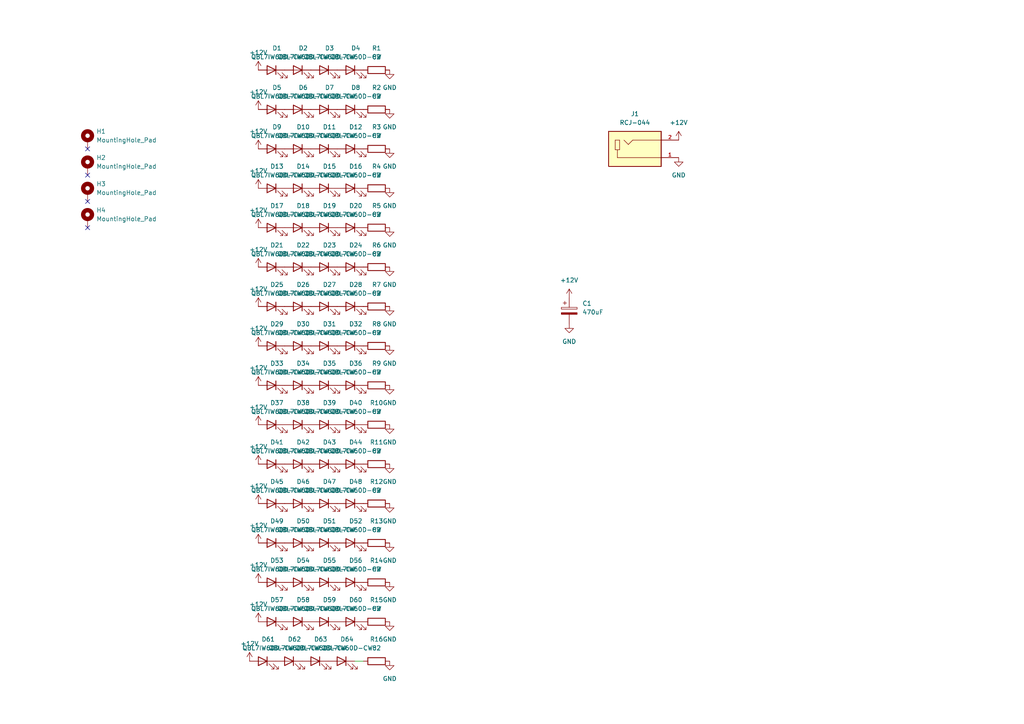
<source format=kicad_sch>
(kicad_sch (version 20211123) (generator eeschema)
  (paper "A4")
  (no_connect (at 25.4 43.18))
  (no_connect (at 25.4 58.42))
  (no_connect (at 25.4 50.8))
  (no_connect (at 25.4 66.04))
  (wire (pts (xy 105.41 191.77) (xy 102.87 191.77)))
  (symbol (lib_id "Device:R") (at 109.22 43.18 270) (mirror x) (unit 1)
    (property "Reference" "R3" (at 109.22 36.83 90))
    (property "Value" "82" (at 109.22 39.37 90))
    (property "Footprint" "Resistor_SMD:R_0603_1608Metric" (effects hide))
    (property "Datasheet" "https://www.vishay.com/docs/28729/pr010203.pdf" (effects hide))
    (property "Manufacturer Part" "PR02000208209JR500" (effects hide))
    (property "DigiKey Part" "PPC82W-2CT-ND" (effects hide))
    (property "PurchaseLink" "https://www.digikey.com/en/products/detail/vishay-beyschlag-draloric-bc-components/PR02000208209JR500/596235" (effects hide))
  )
  (symbol (lib_id "Device:R") (at 109.22 100.33 270) (mirror x) (unit 1)
    (property "Reference" "R8" (at 109.22 93.98 90))
    (property "Value" "82" (at 109.22 96.52 90))
    (property "Footprint" "Resistor_SMD:R_0603_1608Metric" (effects hide))
    (property "Datasheet" "https://www.vishay.com/docs/28729/pr010203.pdf" (effects hide))
    (property "Manufacturer Part" "PR02000208209JR500" (effects hide))
    (property "DigiKey Part" "PPC82W-2CT-ND" (effects hide))
    (property "PurchaseLink" "https://www.digikey.com/en/products/detail/vishay-beyschlag-draloric-bc-components/PR02000208209JR500/596235" (effects hide))
  )
  (symbol (lib_id "Device:LED") (at 93.98 157.48 0) (mirror y) (unit 1)
    (property "Reference" "D51" (at 95.5675 151.13 0))
    (property "Value" "QBL7IW60D-CW" (at 95.5675 153.67 0))
    (property "Footprint" "LED_SMD:LED_0402_1005Metric" (effects hide))
    (property "Datasheet" "https://www.qt-brightek.com/datasheet/QBL7IW60D-XX.pdf" (effects hide))
    (property "Manufacturer Part" "QBL7IW60D-WW" (effects hide))
    (property "DigiKey Part" "1516-QBL7IW60D-WW-ND" (effects hide))
    (property "PurchaseLink" "https://www.digikey.com/en/products/detail/qt-brightek-qtb/QBL7IW60D-WW/10441171" (effects hide))
    (property "JLCPCB Part #" "C130725" (effects hide))
    (property "JLC" "0402" (effects hide))
    (property "LCSC" "C130725" (effects hide))
  )
  (symbol (lib_id "Device:R") (at 109.22 168.91 270) (mirror x) (unit 1)
    (property "Reference" "R14" (at 109.22 162.56 90))
    (property "Value" "82" (at 109.22 165.1 90))
    (property "Footprint" "Resistor_SMD:R_0603_1608Metric" (effects hide))
    (property "Datasheet" "https://www.vishay.com/docs/28729/pr010203.pdf" (effects hide))
    (property "Manufacturer Part" "PR02000208209JR500" (effects hide))
    (property "DigiKey Part" "PPC82W-2CT-ND" (effects hide))
    (property "PurchaseLink" "https://www.digikey.com/en/products/detail/vishay-beyschlag-draloric-bc-components/PR02000208209JR500/596235" (effects hide))
  )
  (symbol (lib_id "power:GND") (at 113.03 31.75 0) (mirror y) (unit 1)
    (property "Reference" "#PWR04" (effects hide))
    (property "Value" "GND" (at 113.03 36.83 0))
  )
  (symbol (lib_id "Device:LED") (at 93.98 168.91 0) (mirror y) (unit 1)
    (property "Reference" "D55" (at 95.5675 162.56 0))
    (property "Value" "QBL7IW60D-CW" (at 95.5675 165.1 0))
    (property "Footprint" "LED_SMD:LED_0402_1005Metric" (effects hide))
    (property "Datasheet" "https://www.qt-brightek.com/datasheet/QBL7IW60D-XX.pdf" (effects hide))
    (property "Manufacturer Part" "QBL7IW60D-WW" (effects hide))
    (property "DigiKey Part" "1516-QBL7IW60D-WW-ND" (effects hide))
    (property "PurchaseLink" "https://www.digikey.com/en/products/detail/qt-brightek-qtb/QBL7IW60D-WW/10441171" (effects hide))
    (property "JLCPCB Part #" "C130725" (effects hide))
    (property "JLC" "0402" (effects hide))
    (property "LCSC" "C130725" (effects hide))
  )
  (symbol (lib_id "Device:LED") (at 86.36 111.76 0) (mirror y) (unit 1)
    (property "Reference" "D34" (at 87.9475 105.41 0))
    (property "Value" "QBL7IW60D-CW" (at 87.9475 107.95 0))
    (property "Footprint" "LED_SMD:LED_0402_1005Metric" (effects hide))
    (property "Datasheet" "https://www.qt-brightek.com/datasheet/QBL7IW60D-XX.pdf" (effects hide))
    (property "Manufacturer Part" "QBL7IW60D-WW" (effects hide))
    (property "DigiKey Part" "1516-QBL7IW60D-WW-ND" (effects hide))
    (property "PurchaseLink" "https://www.digikey.com/en/products/detail/qt-brightek-qtb/QBL7IW60D-WW/10441171" (effects hide))
    (property "JLCPCB Part #" "C130725" (effects hide))
    (property "JLC" "0402" (effects hide))
    (property "LCSC" "C130725" (effects hide))
  )
  (symbol (lib_id "Device:R") (at 109.22 157.48 270) (mirror x) (unit 1)
    (property "Reference" "R13" (at 109.22 151.13 90))
    (property "Value" "82" (at 109.22 153.67 90))
    (property "Footprint" "Resistor_SMD:R_0603_1608Metric" (effects hide))
    (property "Datasheet" "https://www.vishay.com/docs/28729/pr010203.pdf" (effects hide))
    (property "Manufacturer Part" "PR02000208209JR500" (effects hide))
    (property "DigiKey Part" "PPC82W-2CT-ND" (effects hide))
    (property "PurchaseLink" "https://www.digikey.com/en/products/detail/vishay-beyschlag-draloric-bc-components/PR02000208209JR500/596235" (effects hide))
  )
  (symbol (lib_id "Device:LED") (at 93.98 180.34 0) (mirror y) (unit 1)
    (property "Reference" "D59" (at 95.5675 173.99 0))
    (property "Value" "QBL7IW60D-CW" (at 95.5675 176.53 0))
    (property "Footprint" "LED_SMD:LED_0402_1005Metric" (effects hide))
    (property "Datasheet" "https://www.qt-brightek.com/datasheet/QBL7IW60D-XX.pdf" (effects hide))
    (property "Manufacturer Part" "QBL7IW60D-WW" (effects hide))
    (property "DigiKey Part" "1516-QBL7IW60D-WW-ND" (effects hide))
    (property "PurchaseLink" "https://www.digikey.com/en/products/detail/qt-brightek-qtb/QBL7IW60D-WW/10441171" (effects hide))
    (property "JLCPCB Part #" "C130725" (effects hide))
    (property "JLC" "0402" (effects hide))
    (property "LCSC" "C130725" (effects hide))
  )
  (symbol (lib_id "power:GND") (at 113.03 157.48 0) (mirror y) (unit 1)
    (property "Reference" "#PWR026" (effects hide))
    (property "Value" "GND" (at 113.03 162.56 0))
  )
  (symbol (lib_id "Device:LED") (at 101.6 54.61 0) (mirror y) (unit 1)
    (property "Reference" "D16" (at 103.1875 48.26 0))
    (property "Value" "QBL7IW60D-CW" (at 103.1875 50.8 0))
    (property "Footprint" "LED_SMD:LED_0402_1005Metric" (effects hide))
    (property "Datasheet" "https://www.qt-brightek.com/datasheet/QBL7IW60D-XX.pdf" (effects hide))
    (property "Manufacturer Part" "QBL7IW60D-WW" (effects hide))
    (property "DigiKey Part" "1516-QBL7IW60D-WW-ND" (effects hide))
    (property "PurchaseLink" "https://www.digikey.com/en/products/detail/qt-brightek-qtb/QBL7IW60D-WW/10441171" (effects hide))
    (property "JLCPCB Part #" "C130725" (effects hide))
    (property "JLC" "0402" (effects hide))
    (property "LCSC" "C130725" (effects hide))
  )
  (symbol (lib_id "power:GND") (at 113.03 146.05 0) (mirror y) (unit 1)
    (property "Reference" "#PWR024" (effects hide))
    (property "Value" "GND" (at 113.03 151.13 0))
  )
  (symbol (lib_id "Device:LED") (at 86.36 180.34 0) (mirror y) (unit 1)
    (property "Reference" "D58" (at 87.9475 173.99 0))
    (property "Value" "QBL7IW60D-CW" (at 87.9475 176.53 0))
    (property "Footprint" "LED_SMD:LED_0402_1005Metric" (effects hide))
    (property "Datasheet" "https://www.qt-brightek.com/datasheet/QBL7IW60D-XX.pdf" (effects hide))
    (property "Manufacturer Part" "QBL7IW60D-WW" (effects hide))
    (property "DigiKey Part" "1516-QBL7IW60D-WW-ND" (effects hide))
    (property "PurchaseLink" "https://www.digikey.com/en/products/detail/qt-brightek-qtb/QBL7IW60D-WW/10441171" (effects hide))
    (property "JLCPCB Part #" "C130725" (effects hide))
    (property "JLC" "0402" (effects hide))
    (property "LCSC" "C130725" (effects hide))
  )
  (symbol (lib_id "Device:LED") (at 86.36 31.75 0) (mirror y) (unit 1)
    (property "Reference" "D6" (at 87.9475 25.4 0))
    (property "Value" "QBL7IW60D-CW" (at 87.9475 27.94 0))
    (property "Footprint" "LED_SMD:LED_0402_1005Metric" (effects hide))
    (property "Datasheet" "https://www.qt-brightek.com/datasheet/QBL7IW60D-XX.pdf" (effects hide))
    (property "Manufacturer Part" "QBL7IW60D-WW" (effects hide))
    (property "DigiKey Part" "1516-QBL7IW60D-WW-ND" (effects hide))
    (property "PurchaseLink" "https://www.digikey.com/en/products/detail/qt-brightek-qtb/QBL7IW60D-WW/10441171" (effects hide))
    (property "JLCPCB Part #" "C130725" (effects hide))
    (property "JLC" "0402" (effects hide))
    (property "LCSC" "C130725" (effects hide))
  )
  (symbol (lib_id "power:+12V") (at 165.1 86.36 0) (unit 1)
    (property "Reference" "#PWR033" (effects hide))
    (property "Value" "+12V" (at 165.1 81.28 0))
  )
  (symbol (lib_id "Device:LED") (at 101.6 123.19 0) (mirror y) (unit 1)
    (property "Reference" "D40" (at 103.1875 116.84 0))
    (property "Value" "QBL7IW60D-CW" (at 103.1875 119.38 0))
    (property "Footprint" "LED_SMD:LED_0402_1005Metric" (effects hide))
    (property "Datasheet" "https://www.qt-brightek.com/datasheet/QBL7IW60D-XX.pdf" (effects hide))
    (property "Manufacturer Part" "QBL7IW60D-WW" (effects hide))
    (property "DigiKey Part" "1516-QBL7IW60D-WW-ND" (effects hide))
    (property "PurchaseLink" "https://www.digikey.com/en/products/detail/qt-brightek-qtb/QBL7IW60D-WW/10441171" (effects hide))
    (property "JLCPCB Part #" "C130725" (effects hide))
    (property "JLC" "0402" (effects hide))
    (property "LCSC" "C130725" (effects hide))
  )
  (symbol (lib_id "Device:LED") (at 101.6 111.76 0) (mirror y) (unit 1)
    (property "Reference" "D36" (at 103.1875 105.41 0))
    (property "Value" "QBL7IW60D-CW" (at 103.1875 107.95 0))
    (property "Footprint" "LED_SMD:LED_0402_1005Metric" (effects hide))
    (property "Datasheet" "https://www.qt-brightek.com/datasheet/QBL7IW60D-XX.pdf" (effects hide))
    (property "Manufacturer Part" "QBL7IW60D-WW" (effects hide))
    (property "DigiKey Part" "1516-QBL7IW60D-WW-ND" (effects hide))
    (property "PurchaseLink" "https://www.digikey.com/en/products/detail/qt-brightek-qtb/QBL7IW60D-WW/10441171" (effects hide))
    (property "JLCPCB Part #" "C130725" (effects hide))
    (property "JLC" "0402" (effects hide))
    (property "LCSC" "C130725" (effects hide))
  )
  (symbol (lib_id "Device:LED") (at 101.6 43.18 0) (mirror y) (unit 1)
    (property "Reference" "D12" (at 103.1875 36.83 0))
    (property "Value" "QBL7IW60D-CW" (at 103.1875 39.37 0))
    (property "Footprint" "LED_SMD:LED_0402_1005Metric" (effects hide))
    (property "Datasheet" "https://www.qt-brightek.com/datasheet/QBL7IW60D-XX.pdf" (effects hide))
    (property "Manufacturer Part" "QBL7IW60D-WW" (effects hide))
    (property "DigiKey Part" "1516-QBL7IW60D-WW-ND" (effects hide))
    (property "PurchaseLink" "https://www.digikey.com/en/products/detail/qt-brightek-qtb/QBL7IW60D-WW/10441171" (effects hide))
    (property "JLCPCB Part #" "C130725" (effects hide))
    (property "JLC" "0402" (effects hide))
    (property "LCSC" "C130725" (effects hide))
  )
  (symbol (lib_id "Device:LED") (at 101.6 77.47 0) (mirror y) (unit 1)
    (property "Reference" "D24" (at 103.1875 71.12 0))
    (property "Value" "QBL7IW60D-CW" (at 103.1875 73.66 0))
    (property "Footprint" "LED_SMD:LED_0402_1005Metric" (effects hide))
    (property "Datasheet" "https://www.qt-brightek.com/datasheet/QBL7IW60D-XX.pdf" (effects hide))
    (property "Manufacturer Part" "QBL7IW60D-WW" (effects hide))
    (property "DigiKey Part" "1516-QBL7IW60D-WW-ND" (effects hide))
    (property "PurchaseLink" "https://www.digikey.com/en/products/detail/qt-brightek-qtb/QBL7IW60D-WW/10441171" (effects hide))
    (property "JLCPCB Part #" "C130725" (effects hide))
    (property "JLC" "0402" (effects hide))
    (property "LCSC" "C130725" (effects hide))
  )
  (symbol (lib_id "Device:R") (at 109.22 77.47 270) (mirror x) (unit 1)
    (property "Reference" "R6" (at 109.22 71.12 90))
    (property "Value" "82" (at 109.22 73.66 90))
    (property "Footprint" "Resistor_SMD:R_0603_1608Metric" (effects hide))
    (property "Datasheet" "https://www.vishay.com/docs/28729/pr010203.pdf" (effects hide))
    (property "Manufacturer Part" "PR02000208209JR500" (effects hide))
    (property "DigiKey Part" "PPC82W-2CT-ND" (effects hide))
    (property "PurchaseLink" "https://www.digikey.com/en/products/detail/vishay-beyschlag-draloric-bc-components/PR02000208209JR500/596235" (effects hide))
  )
  (symbol (lib_id "Device:LED") (at 83.82 191.77 0) (mirror y) (unit 1)
    (property "Reference" "D62" (at 85.4075 185.42 0))
    (property "Value" "QBL7IW60D-CW" (at 85.4075 187.96 0))
    (property "Footprint" "LED_SMD:LED_0402_1005Metric" (effects hide))
    (property "Datasheet" "https://www.qt-brightek.com/datasheet/QBL7IW60D-XX.pdf" (effects hide))
    (property "Manufacturer Part" "QBL7IW60D-WW" (effects hide))
    (property "DigiKey Part" "1516-QBL7IW60D-WW-ND" (effects hide))
    (property "PurchaseLink" "https://www.digikey.com/en/products/detail/qt-brightek-qtb/QBL7IW60D-WW/10441171" (effects hide))
    (property "JLCPCB Part #" "C130725" (effects hide))
    (property "JLC" "0402" (effects hide))
    (property "LCSC" "C130725" (effects hide))
  )
  (symbol (lib_id "Device:LED") (at 86.36 20.32 0) (mirror y) (unit 1)
    (property "Reference" "D2" (at 87.9475 13.97 0))
    (property "Value" "QBL7IW60D-CW" (at 87.9475 16.51 0))
    (property "Footprint" "LED_SMD:LED_0402_1005Metric" (effects hide))
    (property "Datasheet" "https://www.qt-brightek.com/datasheet/QBL7IW60D-XX.pdf" (effects hide))
    (property "Manufacturer Part" "QBL7IW60D-WW" (effects hide))
    (property "DigiKey Part" "1516-QBL7IW60D-WW-ND" (effects hide))
    (property "PurchaseLink" "https://www.digikey.com/en/products/detail/qt-brightek-qtb/QBL7IW60D-WW/10441171" (effects hide))
    (property "JLCPCB Part #" "C130725" (effects hide))
    (property "JLC" "0402" (effects hide))
    (property "LCSC" "C130725" (effects hide))
  )
  (symbol (lib_id "power:GND") (at 113.03 111.76 0) (mirror y) (unit 1)
    (property "Reference" "#PWR018" (effects hide))
    (property "Value" "GND" (at 113.03 116.84 0))
  )
  (symbol (lib_id "Device:LED") (at 86.36 54.61 0) (mirror y) (unit 1)
    (property "Reference" "D14" (at 87.9475 48.26 0))
    (property "Value" "QBL7IW60D-CW" (at 87.9475 50.8 0))
    (property "Footprint" "LED_SMD:LED_0402_1005Metric" (effects hide))
    (property "Datasheet" "https://www.qt-brightek.com/datasheet/QBL7IW60D-XX.pdf" (effects hide))
    (property "Manufacturer Part" "QBL7IW60D-WW" (effects hide))
    (property "DigiKey Part" "1516-QBL7IW60D-WW-ND" (effects hide))
    (property "PurchaseLink" "https://www.digikey.com/en/products/detail/qt-brightek-qtb/QBL7IW60D-WW/10441171" (effects hide))
    (property "JLCPCB Part #" "C130725" (effects hide))
    (property "JLC" "0402" (effects hide))
    (property "LCSC" "C130725" (effects hide))
  )
  (symbol (lib_id "Device:R") (at 109.22 20.32 270) (mirror x) (unit 1)
    (property "Reference" "R1" (at 109.22 13.97 90))
    (property "Value" "82" (at 109.22 16.51 90))
    (property "Footprint" "Resistor_SMD:R_0603_1608Metric" (effects hide))
    (property "Datasheet" "https://www.vishay.com/docs/28729/pr010203.pdf" (effects hide))
    (property "Manufacturer Part" "PR02000208209JR500" (effects hide))
    (property "DigiKey Part" "PPC82W-2CT-ND" (effects hide))
    (property "PurchaseLink" "https://www.digikey.com/en/products/detail/vishay-beyschlag-draloric-bc-components/PR02000208209JR500/596235" (effects hide))
  )
  (symbol (lib_id "Device:LED") (at 86.36 134.62 0) (mirror y) (unit 1)
    (property "Reference" "D42" (at 87.9475 128.27 0))
    (property "Value" "QBL7IW60D-CW" (at 87.9475 130.81 0))
    (property "Footprint" "LED_SMD:LED_0402_1005Metric" (effects hide))
    (property "Datasheet" "https://www.qt-brightek.com/datasheet/QBL7IW60D-XX.pdf" (effects hide))
    (property "Manufacturer Part" "QBL7IW60D-WW" (effects hide))
    (property "DigiKey Part" "1516-QBL7IW60D-WW-ND" (effects hide))
    (property "PurchaseLink" "https://www.digikey.com/en/products/detail/qt-brightek-qtb/QBL7IW60D-WW/10441171" (effects hide))
    (property "JLCPCB Part #" "C130725" (effects hide))
    (property "JLC" "0402" (effects hide))
    (property "LCSC" "C130725" (effects hide))
  )
  (symbol (lib_id "power:+12V") (at 196.85 40.64 0) (unit 1)
    (property "Reference" "#PWR035" (effects hide))
    (property "Value" "+12V" (at 196.85 35.56 0))
  )
  (symbol (lib_id "Device:LED") (at 78.74 100.33 0) (mirror y) (unit 1)
    (property "Reference" "D29" (at 80.3275 93.98 0))
    (property "Value" "QBL7IW60D-CW" (at 80.3275 96.52 0))
    (property "Footprint" "LED_SMD:LED_0402_1005Metric" (effects hide))
    (property "Datasheet" "https://www.qt-brightek.com/datasheet/QBL7IW60D-XX.pdf" (effects hide))
    (property "Manufacturer Part" "QBL7IW60D-WW" (effects hide))
    (property "DigiKey Part" "1516-QBL7IW60D-WW-ND" (effects hide))
    (property "PurchaseLink" "https://www.digikey.com/en/products/detail/qt-brightek-qtb/QBL7IW60D-WW/10441171" (effects hide))
    (property "JLCPCB Part #" "C130725" (effects hide))
    (property "JLC" "0402" (effects hide))
    (property "LCSC" "C130725" (effects hide))
  )
  (symbol (lib_id "Device:LED") (at 86.36 88.9 0) (mirror y) (unit 1)
    (property "Reference" "D26" (at 87.9475 82.55 0))
    (property "Value" "QBL7IW60D-CW" (at 87.9475 85.09 0))
    (property "Footprint" "LED_SMD:LED_0402_1005Metric" (effects hide))
    (property "Datasheet" "https://www.qt-brightek.com/datasheet/QBL7IW60D-XX.pdf" (effects hide))
    (property "Manufacturer Part" "QBL7IW60D-WW" (effects hide))
    (property "DigiKey Part" "1516-QBL7IW60D-WW-ND" (effects hide))
    (property "PurchaseLink" "https://www.digikey.com/en/products/detail/qt-brightek-qtb/QBL7IW60D-WW/10441171" (effects hide))
    (property "JLCPCB Part #" "C130725" (effects hide))
    (property "JLC" "0402" (effects hide))
    (property "LCSC" "C130725" (effects hide))
  )
  (symbol (lib_id "Device:LED") (at 86.36 43.18 0) (mirror y) (unit 1)
    (property "Reference" "D10" (at 87.9475 36.83 0))
    (property "Value" "QBL7IW60D-CW" (at 87.9475 39.37 0))
    (property "Footprint" "LED_SMD:LED_0402_1005Metric" (effects hide))
    (property "Datasheet" "https://www.qt-brightek.com/datasheet/QBL7IW60D-XX.pdf" (effects hide))
    (property "Manufacturer Part" "QBL7IW60D-WW" (effects hide))
    (property "DigiKey Part" "1516-QBL7IW60D-WW-ND" (effects hide))
    (property "PurchaseLink" "https://www.digikey.com/en/products/detail/qt-brightek-qtb/QBL7IW60D-WW/10441171" (effects hide))
    (property "JLCPCB Part #" "C130725" (effects hide))
    (property "JLC" "0402" (effects hide))
    (property "LCSC" "C130725" (effects hide))
  )
  (symbol (lib_id "Device:LED") (at 86.36 157.48 0) (mirror y) (unit 1)
    (property "Reference" "D50" (at 87.9475 151.13 0))
    (property "Value" "QBL7IW60D-CW" (at 87.9475 153.67 0))
    (property "Footprint" "LED_SMD:LED_0402_1005Metric" (effects hide))
    (property "Datasheet" "https://www.qt-brightek.com/datasheet/QBL7IW60D-XX.pdf" (effects hide))
    (property "Manufacturer Part" "QBL7IW60D-WW" (effects hide))
    (property "DigiKey Part" "1516-QBL7IW60D-WW-ND" (effects hide))
    (property "PurchaseLink" "https://www.digikey.com/en/products/detail/qt-brightek-qtb/QBL7IW60D-WW/10441171" (effects hide))
    (property "JLCPCB Part #" "C130725" (effects hide))
    (property "JLC" "0402" (effects hide))
    (property "LCSC" "C130725" (effects hide))
  )
  (symbol (lib_id "Device:LED") (at 86.36 77.47 0) (mirror y) (unit 1)
    (property "Reference" "D22" (at 87.9475 71.12 0))
    (property "Value" "QBL7IW60D-CW" (at 87.9475 73.66 0))
    (property "Footprint" "LED_SMD:LED_0402_1005Metric" (effects hide))
    (property "Datasheet" "https://www.qt-brightek.com/datasheet/QBL7IW60D-XX.pdf" (effects hide))
    (property "Manufacturer Part" "QBL7IW60D-WW" (effects hide))
    (property "DigiKey Part" "1516-QBL7IW60D-WW-ND" (effects hide))
    (property "PurchaseLink" "https://www.digikey.com/en/products/detail/qt-brightek-qtb/QBL7IW60D-WW/10441171" (effects hide))
    (property "JLCPCB Part #" "C130725" (effects hide))
    (property "JLC" "0402" (effects hide))
    (property "LCSC" "C130725" (effects hide))
  )
  (symbol (lib_id "Device:C_Polarized") (at 165.1 90.17 0) (unit 1)
    (property "Reference" "C1" (at 168.91 88.0109 0) (effects (justify left)))
    (property "Value" "470uF" (at 168.91 90.5509 0) (effects (justify left)))
    (property "Footprint" "Capacitor_THT:CP_Radial_D8.0mm_P3.50mm" (effects hide))
    (property "DigiKey Part" "732-8831-1-ND" (effects hide))
    (property "Manufacturer Part" "860020474014" (effects hide))
    (property "PurchaseLink" "https://www.digikey.com/en/products/detail/w%C3%BCrth-elektronik/860020474014/5727068" (effects hide))
  )
  (symbol (lib_id "Device:LED") (at 101.6 146.05 0) (mirror y) (unit 1)
    (property "Reference" "D48" (at 103.1875 139.7 0))
    (property "Value" "QBL7IW60D-CW" (at 103.1875 142.24 0))
    (property "Footprint" "LED_SMD:LED_0402_1005Metric" (effects hide))
    (property "Datasheet" "https://www.qt-brightek.com/datasheet/QBL7IW60D-XX.pdf" (effects hide))
    (property "Manufacturer Part" "QBL7IW60D-WW" (effects hide))
    (property "DigiKey Part" "1516-QBL7IW60D-WW-ND" (effects hide))
    (property "PurchaseLink" "https://www.digikey.com/en/products/detail/qt-brightek-qtb/QBL7IW60D-WW/10441171" (effects hide))
    (property "JLCPCB Part #" "C130725" (effects hide))
    (property "JLC" "0402" (effects hide))
    (property "LCSC" "C130725" (effects hide))
  )
  (symbol (lib_id "Device:LED") (at 93.98 111.76 0) (mirror y) (unit 1)
    (property "Reference" "D35" (at 95.5675 105.41 0))
    (property "Value" "QBL7IW60D-CW" (at 95.5675 107.95 0))
    (property "Footprint" "LED_SMD:LED_0402_1005Metric" (effects hide))
    (property "Datasheet" "https://www.qt-brightek.com/datasheet/QBL7IW60D-XX.pdf" (effects hide))
    (property "Manufacturer Part" "QBL7IW60D-WW" (effects hide))
    (property "DigiKey Part" "1516-QBL7IW60D-WW-ND" (effects hide))
    (property "PurchaseLink" "https://www.digikey.com/en/products/detail/qt-brightek-qtb/QBL7IW60D-WW/10441171" (effects hide))
    (property "JLCPCB Part #" "C130725" (effects hide))
    (property "JLC" "0402" (effects hide))
    (property "LCSC" "C130725" (effects hide))
  )
  (symbol (lib_id "Device:LED") (at 86.36 66.04 0) (mirror y) (unit 1)
    (property "Reference" "D18" (at 87.9475 59.69 0))
    (property "Value" "QBL7IW60D-CW" (at 87.9475 62.23 0))
    (property "Footprint" "LED_SMD:LED_0402_1005Metric" (effects hide))
    (property "Datasheet" "https://www.qt-brightek.com/datasheet/QBL7IW60D-XX.pdf" (effects hide))
    (property "Manufacturer Part" "QBL7IW60D-WW" (effects hide))
    (property "DigiKey Part" "1516-QBL7IW60D-WW-ND" (effects hide))
    (property "PurchaseLink" "https://www.digikey.com/en/products/detail/qt-brightek-qtb/QBL7IW60D-WW/10441171" (effects hide))
    (property "JLCPCB Part #" "C130725" (effects hide))
    (property "JLC" "0402" (effects hide))
    (property "LCSC" "C130725" (effects hide))
  )
  (symbol (lib_id "Device:LED") (at 78.74 168.91 0) (mirror y) (unit 1)
    (property "Reference" "D53" (at 80.3275 162.56 0))
    (property "Value" "QBL7IW60D-CW" (at 80.3275 165.1 0))
    (property "Footprint" "LED_SMD:LED_0402_1005Metric" (effects hide))
    (property "Datasheet" "https://www.qt-brightek.com/datasheet/QBL7IW60D-XX.pdf" (effects hide))
    (property "Manufacturer Part" "QBL7IW60D-WW" (effects hide))
    (property "DigiKey Part" "1516-QBL7IW60D-WW-ND" (effects hide))
    (property "PurchaseLink" "https://www.digikey.com/en/products/detail/qt-brightek-qtb/QBL7IW60D-WW/10441171" (effects hide))
    (property "JLCPCB Part #" "C130725" (effects hide))
    (property "JLC" "0402" (effects hide))
    (property "LCSC" "C130725" (effects hide))
  )
  (symbol (lib_id "Device:LED") (at 86.36 100.33 0) (mirror y) (unit 1)
    (property "Reference" "D30" (at 87.9475 93.98 0))
    (property "Value" "QBL7IW60D-CW" (at 87.9475 96.52 0))
    (property "Footprint" "LED_SMD:LED_0402_1005Metric" (effects hide))
    (property "Datasheet" "https://www.qt-brightek.com/datasheet/QBL7IW60D-XX.pdf" (effects hide))
    (property "Manufacturer Part" "QBL7IW60D-WW" (effects hide))
    (property "DigiKey Part" "1516-QBL7IW60D-WW-ND" (effects hide))
    (property "PurchaseLink" "https://www.digikey.com/en/products/detail/qt-brightek-qtb/QBL7IW60D-WW/10441171" (effects hide))
    (property "JLCPCB Part #" "C130725" (effects hide))
    (property "JLC" "0402" (effects hide))
    (property "LCSC" "C130725" (effects hide))
  )
  (symbol (lib_id "power:+12V") (at 74.93 31.75 0) (mirror y) (unit 1)
    (property "Reference" "#PWR03" (effects hide))
    (property "Value" "+12V" (at 74.93 26.67 0))
  )
  (symbol (lib_id "power:+12V") (at 74.93 180.34 0) (mirror y) (unit 1)
    (property "Reference" "#PWR029" (effects hide))
    (property "Value" "+12V" (at 74.93 175.26 0))
  )
  (symbol (lib_id "Device:R") (at 109.22 31.75 270) (mirror x) (unit 1)
    (property "Reference" "R2" (at 109.22 25.4 90))
    (property "Value" "82" (at 109.22 27.94 90))
    (property "Footprint" "Resistor_SMD:R_0603_1608Metric" (effects hide))
    (property "Datasheet" "https://www.vishay.com/docs/28729/pr010203.pdf" (effects hide))
    (property "Manufacturer Part" "PR02000208209JR500" (effects hide))
    (property "DigiKey Part" "PPC82W-2CT-ND" (effects hide))
    (property "PurchaseLink" "https://www.digikey.com/en/products/detail/vishay-beyschlag-draloric-bc-components/PR02000208209JR500/596235" (effects hide))
  )
  (symbol (lib_id "Device:LED") (at 101.6 100.33 0) (mirror y) (unit 1)
    (property "Reference" "D32" (at 103.1875 93.98 0))
    (property "Value" "QBL7IW60D-CW" (at 103.1875 96.52 0))
    (property "Footprint" "LED_SMD:LED_0402_1005Metric" (effects hide))
    (property "Datasheet" "https://www.qt-brightek.com/datasheet/QBL7IW60D-XX.pdf" (effects hide))
    (property "Manufacturer Part" "QBL7IW60D-WW" (effects hide))
    (property "DigiKey Part" "1516-QBL7IW60D-WW-ND" (effects hide))
    (property "PurchaseLink" "https://www.digikey.com/en/products/detail/qt-brightek-qtb/QBL7IW60D-WW/10441171" (effects hide))
    (property "JLCPCB Part #" "C130725" (effects hide))
    (property "JLC" "0402" (effects hide))
    (property "LCSC" "C130725" (effects hide))
  )
  (symbol (lib_id "power:GND") (at 196.85 45.72 0) (unit 1)
    (property "Reference" "#PWR036" (effects hide))
    (property "Value" "GND" (at 196.85 50.8 0))
  )
  (symbol (lib_id "power:GND") (at 113.03 66.04 0) (mirror y) (unit 1)
    (property "Reference" "#PWR010" (effects hide))
    (property "Value" "GND" (at 113.03 71.12 0))
  )
  (symbol (lib_id "Device:LED") (at 101.6 134.62 0) (mirror y) (unit 1)
    (property "Reference" "D44" (at 103.1875 128.27 0))
    (property "Value" "QBL7IW60D-CW" (at 103.1875 130.81 0))
    (property "Footprint" "LED_SMD:LED_0402_1005Metric" (effects hide))
    (property "Datasheet" "https://www.qt-brightek.com/datasheet/QBL7IW60D-XX.pdf" (effects hide))
    (property "Manufacturer Part" "QBL7IW60D-WW" (effects hide))
    (property "DigiKey Part" "1516-QBL7IW60D-WW-ND" (effects hide))
    (property "PurchaseLink" "https://www.digikey.com/en/products/detail/qt-brightek-qtb/QBL7IW60D-WW/10441171" (effects hide))
    (property "JLCPCB Part #" "C130725" (effects hide))
    (property "JLC" "0402" (effects hide))
    (property "LCSC" "C130725" (effects hide))
  )
  (symbol (lib_id "power:GND") (at 113.03 134.62 0) (mirror y) (unit 1)
    (property "Reference" "#PWR022" (effects hide))
    (property "Value" "GND" (at 113.03 139.7 0))
  )
  (symbol (lib_id "power:GND") (at 113.03 43.18 0) (mirror y) (unit 1)
    (property "Reference" "#PWR06" (effects hide))
    (property "Value" "GND" (at 113.03 48.26 0))
  )
  (symbol (lib_id "power:GND") (at 113.03 168.91 0) (mirror y) (unit 1)
    (property "Reference" "#PWR028" (effects hide))
    (property "Value" "GND" (at 113.03 173.99 0))
  )
  (symbol (lib_id "power:+12V") (at 74.93 111.76 0) (mirror y) (unit 1)
    (property "Reference" "#PWR017" (effects hide))
    (property "Value" "+12V" (at 74.93 106.68 0))
  )
  (symbol (lib_id "power:GND") (at 113.03 191.77 0) (mirror y) (unit 1)
    (property "Reference" "#PWR032" (effects hide))
    (property "Value" "GND" (at 113.03 196.85 0))
  )
  (symbol (lib_id "power:GND") (at 113.03 88.9 0) (mirror y) (unit 1)
    (property "Reference" "#PWR014" (effects hide))
    (property "Value" "GND" (at 113.03 93.98 0))
  )
  (symbol (lib_id "Device:LED") (at 78.74 180.34 0) (mirror y) (unit 1)
    (property "Reference" "D57" (at 80.3275 173.99 0))
    (property "Value" "QBL7IW60D-CW" (at 80.3275 176.53 0))
    (property "Footprint" "LED_SMD:LED_0402_1005Metric" (effects hide))
    (property "Datasheet" "https://www.qt-brightek.com/datasheet/QBL7IW60D-XX.pdf" (effects hide))
    (property "Manufacturer Part" "QBL7IW60D-WW" (effects hide))
    (property "DigiKey Part" "1516-QBL7IW60D-WW-ND" (effects hide))
    (property "PurchaseLink" "https://www.digikey.com/en/products/detail/qt-brightek-qtb/QBL7IW60D-WW/10441171" (effects hide))
    (property "JLCPCB Part #" "C130725" (effects hide))
    (property "JLC" "0402" (effects hide))
    (property "LCSC" "C130725" (effects hide))
  )
  (symbol (lib_id "Device:LED") (at 101.6 31.75 0) (mirror y) (unit 1)
    (property "Reference" "D8" (at 103.1875 25.4 0))
    (property "Value" "QBL7IW60D-CW" (at 103.1875 27.94 0))
    (property "Footprint" "LED_SMD:LED_0402_1005Metric" (effects hide))
    (property "Datasheet" "https://www.qt-brightek.com/datasheet/QBL7IW60D-XX.pdf" (effects hide))
    (property "Manufacturer Part" "QBL7IW60D-WW" (effects hide))
    (property "DigiKey Part" "1516-QBL7IW60D-WW-ND" (effects hide))
    (property "PurchaseLink" "https://www.digikey.com/en/products/detail/qt-brightek-qtb/QBL7IW60D-WW/10441171" (effects hide))
    (property "JLCPCB Part #" "C130725" (effects hide))
    (property "JLC" "0402" (effects hide))
    (property "LCSC" "C130725" (effects hide))
  )
  (symbol (lib_id "Device:LED") (at 76.2 191.77 0) (mirror y) (unit 1)
    (property "Reference" "D61" (at 77.7875 185.42 0))
    (property "Value" "QBL7IW60D-CW" (at 77.7875 187.96 0))
    (property "Footprint" "LED_SMD:LED_0402_1005Metric" (effects hide))
    (property "Datasheet" "https://www.qt-brightek.com/datasheet/QBL7IW60D-XX.pdf" (effects hide))
    (property "Manufacturer Part" "QBL7IW60D-WW" (effects hide))
    (property "DigiKey Part" "1516-QBL7IW60D-WW-ND" (effects hide))
    (property "PurchaseLink" "https://www.digikey.com/en/products/detail/qt-brightek-qtb/QBL7IW60D-WW/10441171" (effects hide))
    (property "JLCPCB Part #" "C130725" (effects hide))
    (property "JLC" "0402" (effects hide))
    (property "LCSC" "C130725" (effects hide))
  )
  (symbol (lib_id "Device:LED") (at 101.6 88.9 0) (mirror y) (unit 1)
    (property "Reference" "D28" (at 103.1875 82.55 0))
    (property "Value" "QBL7IW60D-CW" (at 103.1875 85.09 0))
    (property "Footprint" "LED_SMD:LED_0402_1005Metric" (effects hide))
    (property "Datasheet" "https://www.qt-brightek.com/datasheet/QBL7IW60D-XX.pdf" (effects hide))
    (property "Manufacturer Part" "QBL7IW60D-WW" (effects hide))
    (property "DigiKey Part" "1516-QBL7IW60D-WW-ND" (effects hide))
    (property "PurchaseLink" "https://www.digikey.com/en/products/detail/qt-brightek-qtb/QBL7IW60D-WW/10441171" (effects hide))
    (property "JLCPCB Part #" "C130725" (effects hide))
    (property "JLC" "0402" (effects hide))
    (property "LCSC" "C130725" (effects hide))
  )
  (symbol (lib_id "Device:LED") (at 101.6 157.48 0) (mirror y) (unit 1)
    (property "Reference" "D52" (at 103.1875 151.13 0))
    (property "Value" "QBL7IW60D-CW" (at 103.1875 153.67 0))
    (property "Footprint" "LED_SMD:LED_0402_1005Metric" (effects hide))
    (property "Datasheet" "https://www.qt-brightek.com/datasheet/QBL7IW60D-XX.pdf" (effects hide))
    (property "Manufacturer Part" "QBL7IW60D-WW" (effects hide))
    (property "DigiKey Part" "1516-QBL7IW60D-WW-ND" (effects hide))
    (property "PurchaseLink" "https://www.digikey.com/en/products/detail/qt-brightek-qtb/QBL7IW60D-WW/10441171" (effects hide))
    (property "JLCPCB Part #" "C130725" (effects hide))
    (property "JLC" "0402" (effects hide))
    (property "LCSC" "C130725" (effects hide))
  )
  (symbol (lib_id "power:+12V") (at 74.93 43.18 0) (mirror y) (unit 1)
    (property "Reference" "#PWR05" (effects hide))
    (property "Value" "+12V" (at 74.93 38.1 0))
  )
  (symbol (lib_id "Device:LED") (at 93.98 100.33 0) (mirror y) (unit 1)
    (property "Reference" "D31" (at 95.5675 93.98 0))
    (property "Value" "QBL7IW60D-CW" (at 95.5675 96.52 0))
    (property "Footprint" "LED_SMD:LED_0402_1005Metric" (effects hide))
    (property "Datasheet" "https://www.qt-brightek.com/datasheet/QBL7IW60D-XX.pdf" (effects hide))
    (property "Manufacturer Part" "QBL7IW60D-WW" (effects hide))
    (property "DigiKey Part" "1516-QBL7IW60D-WW-ND" (effects hide))
    (property "PurchaseLink" "https://www.digikey.com/en/products/detail/qt-brightek-qtb/QBL7IW60D-WW/10441171" (effects hide))
    (property "JLCPCB Part #" "C130725" (effects hide))
    (property "JLC" "0402" (effects hide))
    (property "LCSC" "C130725" (effects hide))
  )
  (symbol (lib_id "Device:LED") (at 78.74 134.62 0) (mirror y) (unit 1)
    (property "Reference" "D41" (at 80.3275 128.27 0))
    (property "Value" "QBL7IW60D-CW" (at 80.3275 130.81 0))
    (property "Footprint" "LED_SMD:LED_0402_1005Metric" (effects hide))
    (property "Datasheet" "https://www.qt-brightek.com/datasheet/QBL7IW60D-XX.pdf" (effects hide))
    (property "Manufacturer Part" "QBL7IW60D-WW" (effects hide))
    (property "DigiKey Part" "1516-QBL7IW60D-WW-ND" (effects hide))
    (property "PurchaseLink" "https://www.digikey.com/en/products/detail/qt-brightek-qtb/QBL7IW60D-WW/10441171" (effects hide))
    (property "JLCPCB Part #" "C130725" (effects hide))
    (property "JLC" "0402" (effects hide))
    (property "LCSC" "C130725" (effects hide))
  )
  (symbol (lib_id "power:+12V") (at 74.93 168.91 0) (mirror y) (unit 1)
    (property "Reference" "#PWR027" (effects hide))
    (property "Value" "+12V" (at 74.93 163.83 0))
  )
  (symbol (lib_id "Device:R") (at 109.22 88.9 270) (mirror x) (unit 1)
    (property "Reference" "R7" (at 109.22 82.55 90))
    (property "Value" "82" (at 109.22 85.09 90))
    (property "Footprint" "Resistor_SMD:R_0603_1608Metric" (effects hide))
    (property "Datasheet" "https://www.vishay.com/docs/28729/pr010203.pdf" (effects hide))
    (property "Manufacturer Part" "PR02000208209JR500" (effects hide))
    (property "DigiKey Part" "PPC82W-2CT-ND" (effects hide))
    (property "PurchaseLink" "https://www.digikey.com/en/products/detail/vishay-beyschlag-draloric-bc-components/PR02000208209JR500/596235" (effects hide))
  )
  (symbol (lib_id "power:+12V") (at 72.39 191.77 0) (mirror y) (unit 1)
    (property "Reference" "#PWR031" (effects hide))
    (property "Value" "+12V" (at 72.39 186.69 0))
  )
  (symbol (lib_id "Device:R") (at 109.22 111.76 270) (mirror x) (unit 1)
    (property "Reference" "R9" (at 109.22 105.41 90))
    (property "Value" "82" (at 109.22 107.95 90))
    (property "Footprint" "Resistor_SMD:R_0603_1608Metric" (effects hide))
    (property "Datasheet" "https://www.vishay.com/docs/28729/pr010203.pdf" (effects hide))
    (property "Manufacturer Part" "PR02000208209JR500" (effects hide))
    (property "DigiKey Part" "PPC82W-2CT-ND" (effects hide))
    (property "PurchaseLink" "https://www.digikey.com/en/products/detail/vishay-beyschlag-draloric-bc-components/PR02000208209JR500/596235" (effects hide))
  )
  (symbol (lib_id "power:+12V") (at 74.93 88.9 0) (mirror y) (unit 1)
    (property "Reference" "#PWR013" (effects hide))
    (property "Value" "+12V" (at 74.93 83.82 0))
  )
  (symbol (lib_id "01-rickbassham:RCJ-044") (at 184.15 43.18 0) (unit 1)
    (property "Reference" "J1" (at 184.15 33.02 0))
    (property "Value" "RCJ-044" (at 184.15 35.56 0))
    (property "Footprint" "01-rickbassham:CUI_RCJ-044" (effects hide))
    (property "Datasheet" "https://www.cuidevices.com/product/resource/rcj-04x.pdf" (effects hide))
    (property "DigiKey Part" "CP-1421-ND" (effects hide))
    (property "Manufacturer Part" "RCJ-044" (effects hide))
    (property "PurchaseLink" "https://www.digikey.com/en/products/detail/cui-devices/RCJ-044/408508" (effects hide))
  )
  (symbol (lib_id "power:+12V") (at 74.93 123.19 0) (mirror y) (unit 1)
    (property "Reference" "#PWR019" (effects hide))
    (property "Value" "+12V" (at 74.93 118.11 0))
  )
  (symbol (lib_id "Device:LED") (at 99.06 191.77 0) (mirror y) (unit 1)
    (property "Reference" "D64" (at 100.6475 185.42 0))
    (property "Value" "QBL7IW60D-CW" (at 100.6475 187.96 0))
    (property "Footprint" "LED_SMD:LED_0402_1005Metric" (effects hide))
    (property "Datasheet" "https://www.qt-brightek.com/datasheet/QBL7IW60D-XX.pdf" (effects hide))
    (property "Manufacturer Part" "QBL7IW60D-WW" (effects hide))
    (property "DigiKey Part" "1516-QBL7IW60D-WW-ND" (effects hide))
    (property "PurchaseLink" "https://www.digikey.com/en/products/detail/qt-brightek-qtb/QBL7IW60D-WW/10441171" (effects hide))
    (property "JLCPCB Part #" "C130725" (effects hide))
    (property "JLC" "0402" (effects hide))
    (property "LCSC" "C130725" (effects hide))
  )
  (symbol (lib_id "Device:LED") (at 78.74 111.76 0) (mirror y) (unit 1)
    (property "Reference" "D33" (at 80.3275 105.41 0))
    (property "Value" "QBL7IW60D-CW" (at 80.3275 107.95 0))
    (property "Footprint" "LED_SMD:LED_0402_1005Metric" (effects hide))
    (property "Datasheet" "https://www.qt-brightek.com/datasheet/QBL7IW60D-XX.pdf" (effects hide))
    (property "Manufacturer Part" "QBL7IW60D-WW" (effects hide))
    (property "DigiKey Part" "1516-QBL7IW60D-WW-ND" (effects hide))
    (property "PurchaseLink" "https://www.digikey.com/en/products/detail/qt-brightek-qtb/QBL7IW60D-WW/10441171" (effects hide))
    (property "JLCPCB Part #" "C130725" (effects hide))
    (property "JLC" "0402" (effects hide))
    (property "LCSC" "C130725" (effects hide))
  )
  (symbol (lib_id "Device:R") (at 109.22 146.05 270) (mirror x) (unit 1)
    (property "Reference" "R12" (at 109.22 139.7 90))
    (property "Value" "82" (at 109.22 142.24 90))
    (property "Footprint" "Resistor_SMD:R_0603_1608Metric" (effects hide))
    (property "Datasheet" "https://www.vishay.com/docs/28729/pr010203.pdf" (effects hide))
    (property "Manufacturer Part" "PR02000208209JR500" (effects hide))
    (property "DigiKey Part" "PPC82W-2CT-ND" (effects hide))
    (property "PurchaseLink" "https://www.digikey.com/en/products/detail/vishay-beyschlag-draloric-bc-components/PR02000208209JR500/596235" (effects hide))
  )
  (symbol (lib_id "Mechanical:MountingHole_Pad") (at 25.4 40.64 0) (unit 1)
    (property "Reference" "H1" (at 27.94 38.0999 0) (effects (justify left)))
    (property "Value" "MountingHole_Pad" (at 27.94 40.6399 0) (effects (justify left)))
    (property "Footprint" "01-rickbassham:MountingHole_3.2mm_M3_DIN965_Pad" (effects hide))
    (property "Manufacturer Part" "R30-3000402" (effects hide))
    (property "DigiKey Part" "952-1495-ND" (effects hide))
    (property "PurchaseLink" "https://www.digikey.com/en/products/detail/harwin-inc/R30-3000402/2264476" (effects hide))
  )
  (symbol (lib_id "Device:LED") (at 93.98 66.04 0) (mirror y) (unit 1)
    (property "Reference" "D19" (at 95.5675 59.69 0))
    (property "Value" "QBL7IW60D-CW" (at 95.5675 62.23 0))
    (property "Footprint" "LED_SMD:LED_0402_1005Metric" (effects hide))
    (property "Datasheet" "https://www.qt-brightek.com/datasheet/QBL7IW60D-XX.pdf" (effects hide))
    (property "Manufacturer Part" "QBL7IW60D-WW" (effects hide))
    (property "DigiKey Part" "1516-QBL7IW60D-WW-ND" (effects hide))
    (property "PurchaseLink" "https://www.digikey.com/en/products/detail/qt-brightek-qtb/QBL7IW60D-WW/10441171" (effects hide))
    (property "JLCPCB Part #" "C130725" (effects hide))
    (property "JLC" "0402" (effects hide))
    (property "LCSC" "C130725" (effects hide))
  )
  (symbol (lib_id "Device:LED") (at 93.98 77.47 0) (mirror y) (unit 1)
    (property "Reference" "D23" (at 95.5675 71.12 0))
    (property "Value" "QBL7IW60D-CW" (at 95.5675 73.66 0))
    (property "Footprint" "LED_SMD:LED_0402_1005Metric" (effects hide))
    (property "Datasheet" "https://www.qt-brightek.com/datasheet/QBL7IW60D-XX.pdf" (effects hide))
    (property "Manufacturer Part" "QBL7IW60D-WW" (effects hide))
    (property "DigiKey Part" "1516-QBL7IW60D-WW-ND" (effects hide))
    (property "PurchaseLink" "https://www.digikey.com/en/products/detail/qt-brightek-qtb/QBL7IW60D-WW/10441171" (effects hide))
    (property "JLCPCB Part #" "C130725" (effects hide))
    (property "JLC" "0402" (effects hide))
    (property "LCSC" "C130725" (effects hide))
  )
  (symbol (lib_id "Device:LED") (at 86.36 146.05 0) (mirror y) (unit 1)
    (property "Reference" "D46" (at 87.9475 139.7 0))
    (property "Value" "QBL7IW60D-CW" (at 87.9475 142.24 0))
    (property "Footprint" "LED_SMD:LED_0402_1005Metric" (effects hide))
    (property "Datasheet" "https://www.qt-brightek.com/datasheet/QBL7IW60D-XX.pdf" (effects hide))
    (property "Manufacturer Part" "QBL7IW60D-WW" (effects hide))
    (property "DigiKey Part" "1516-QBL7IW60D-WW-ND" (effects hide))
    (property "PurchaseLink" "https://www.digikey.com/en/products/detail/qt-brightek-qtb/QBL7IW60D-WW/10441171" (effects hide))
    (property "JLCPCB Part #" "C130725" (effects hide))
    (property "JLC" "0402" (effects hide))
    (property "LCSC" "C130725" (effects hide))
  )
  (symbol (lib_id "Device:LED") (at 78.74 31.75 0) (mirror y) (unit 1)
    (property "Reference" "D5" (at 80.3275 25.4 0))
    (property "Value" "QBL7IW60D-CW" (at 80.3275 27.94 0))
    (property "Footprint" "LED_SMD:LED_0402_1005Metric" (effects hide))
    (property "Datasheet" "https://www.qt-brightek.com/datasheet/QBL7IW60D-XX.pdf" (effects hide))
    (property "Manufacturer Part" "QBL7IW60D-WW" (effects hide))
    (property "DigiKey Part" "1516-QBL7IW60D-WW-ND" (effects hide))
    (property "PurchaseLink" "https://www.digikey.com/en/products/detail/qt-brightek-qtb/QBL7IW60D-WW/10441171" (effects hide))
    (property "JLCPCB Part #" "C130725" (effects hide))
    (property "JLC" "0402" (effects hide))
    (property "LCSC" "C130725" (effects hide))
  )
  (symbol (lib_id "Device:LED") (at 86.36 168.91 0) (mirror y) (unit 1)
    (property "Reference" "D54" (at 87.9475 162.56 0))
    (property "Value" "QBL7IW60D-CW" (at 87.9475 165.1 0))
    (property "Footprint" "LED_SMD:LED_0402_1005Metric" (effects hide))
    (property "Datasheet" "https://www.qt-brightek.com/datasheet/QBL7IW60D-XX.pdf" (effects hide))
    (property "Manufacturer Part" "QBL7IW60D-WW" (effects hide))
    (property "DigiKey Part" "1516-QBL7IW60D-WW-ND" (effects hide))
    (property "PurchaseLink" "https://www.digikey.com/en/products/detail/qt-brightek-qtb/QBL7IW60D-WW/10441171" (effects hide))
    (property "JLCPCB Part #" "C130725" (effects hide))
    (property "JLC" "0402" (effects hide))
    (property "LCSC" "C130725" (effects hide))
  )
  (symbol (lib_id "power:GND") (at 113.03 100.33 0) (mirror y) (unit 1)
    (property "Reference" "#PWR016" (effects hide))
    (property "Value" "GND" (at 113.03 105.41 0))
  )
  (symbol (lib_id "Mechanical:MountingHole_Pad") (at 25.4 63.5 0) (unit 1)
    (property "Reference" "H4" (at 27.94 60.9599 0) (effects (justify left)))
    (property "Value" "MountingHole_Pad" (at 27.94 63.4999 0) (effects (justify left)))
    (property "Footprint" "01-rickbassham:MountingHole_3.2mm_M3_DIN965_Pad" (effects hide))
    (property "Manufacturer Part" "R30-3000402" (effects hide))
    (property "DigiKey Part" "952-1495-ND" (effects hide))
    (property "PurchaseLink" "https://www.digikey.com/en/products/detail/harwin-inc/R30-3000402/2264476" (effects hide))
  )
  (symbol (lib_id "power:+12V") (at 74.93 100.33 0) (mirror y) (unit 1)
    (property "Reference" "#PWR015" (effects hide))
    (property "Value" "+12V" (at 74.93 95.25 0))
  )
  (symbol (lib_id "Device:LED") (at 93.98 31.75 0) (mirror y) (unit 1)
    (property "Reference" "D7" (at 95.5675 25.4 0))
    (property "Value" "QBL7IW60D-CW" (at 95.5675 27.94 0))
    (property "Footprint" "LED_SMD:LED_0402_1005Metric" (effects hide))
    (property "Datasheet" "https://www.qt-brightek.com/datasheet/QBL7IW60D-XX.pdf" (effects hide))
    (property "Manufacturer Part" "QBL7IW60D-WW" (effects hide))
    (property "DigiKey Part" "1516-QBL7IW60D-WW-ND" (effects hide))
    (property "PurchaseLink" "https://www.digikey.com/en/products/detail/qt-brightek-qtb/QBL7IW60D-WW/10441171" (effects hide))
    (property "JLCPCB Part #" "C130725" (effects hide))
    (property "JLC" "0402" (effects hide))
    (property "LCSC" "C130725" (effects hide))
  )
  (symbol (lib_id "Device:R") (at 109.22 54.61 270) (mirror x) (unit 1)
    (property "Reference" "R4" (at 109.22 48.26 90))
    (property "Value" "82" (at 109.22 50.8 90))
    (property "Footprint" "Resistor_SMD:R_0603_1608Metric" (effects hide))
    (property "Datasheet" "https://www.vishay.com/docs/28729/pr010203.pdf" (effects hide))
    (property "Manufacturer Part" "PR02000208209JR500" (effects hide))
    (property "DigiKey Part" "PPC82W-2CT-ND" (effects hide))
    (property "PurchaseLink" "https://www.digikey.com/en/products/detail/vishay-beyschlag-draloric-bc-components/PR02000208209JR500/596235" (effects hide))
  )
  (symbol (lib_id "Device:LED") (at 78.74 43.18 0) (mirror y) (unit 1)
    (property "Reference" "D9" (at 80.3275 36.83 0))
    (property "Value" "QBL7IW60D-CW" (at 80.3275 39.37 0))
    (property "Footprint" "LED_SMD:LED_0402_1005Metric" (effects hide))
    (property "Datasheet" "https://www.qt-brightek.com/datasheet/QBL7IW60D-XX.pdf" (effects hide))
    (property "Manufacturer Part" "QBL7IW60D-WW" (effects hide))
    (property "DigiKey Part" "1516-QBL7IW60D-WW-ND" (effects hide))
    (property "PurchaseLink" "https://www.digikey.com/en/products/detail/qt-brightek-qtb/QBL7IW60D-WW/10441171" (effects hide))
    (property "JLCPCB Part #" "C130725" (effects hide))
    (property "JLC" "0402" (effects hide))
    (property "LCSC" "C130725" (effects hide))
  )
  (symbol (lib_id "Device:LED") (at 101.6 180.34 0) (mirror y) (unit 1)
    (property "Reference" "D60" (at 103.1875 173.99 0))
    (property "Value" "QBL7IW60D-CW" (at 103.1875 176.53 0))
    (property "Footprint" "LED_SMD:LED_0402_1005Metric" (effects hide))
    (property "Datasheet" "https://www.qt-brightek.com/datasheet/QBL7IW60D-XX.pdf" (effects hide))
    (property "Manufacturer Part" "QBL7IW60D-WW" (effects hide))
    (property "DigiKey Part" "1516-QBL7IW60D-WW-ND" (effects hide))
    (property "PurchaseLink" "https://www.digikey.com/en/products/detail/qt-brightek-qtb/QBL7IW60D-WW/10441171" (effects hide))
    (property "JLCPCB Part #" "C130725" (effects hide))
    (property "JLC" "0402" (effects hide))
    (property "LCSC" "C130725" (effects hide))
  )
  (symbol (lib_id "Device:LED") (at 101.6 168.91 0) (mirror y) (unit 1)
    (property "Reference" "D56" (at 103.1875 162.56 0))
    (property "Value" "QBL7IW60D-CW" (at 103.1875 165.1 0))
    (property "Footprint" "LED_SMD:LED_0402_1005Metric" (effects hide))
    (property "Datasheet" "https://www.qt-brightek.com/datasheet/QBL7IW60D-XX.pdf" (effects hide))
    (property "Manufacturer Part" "QBL7IW60D-WW" (effects hide))
    (property "DigiKey Part" "1516-QBL7IW60D-WW-ND" (effects hide))
    (property "PurchaseLink" "https://www.digikey.com/en/products/detail/qt-brightek-qtb/QBL7IW60D-WW/10441171" (effects hide))
    (property "JLCPCB Part #" "C130725" (effects hide))
    (property "JLC" "0402" (effects hide))
    (property "LCSC" "C130725" (effects hide))
  )
  (symbol (lib_id "power:+12V") (at 74.93 77.47 0) (mirror y) (unit 1)
    (property "Reference" "#PWR011" (effects hide))
    (property "Value" "+12V" (at 74.93 72.39 0))
  )
  (symbol (lib_id "Device:R") (at 109.22 123.19 270) (mirror x) (unit 1)
    (property "Reference" "R10" (at 109.22 116.84 90))
    (property "Value" "82" (at 109.22 119.38 90))
    (property "Footprint" "Resistor_SMD:R_0603_1608Metric" (effects hide))
    (property "Datasheet" "https://www.vishay.com/docs/28729/pr010203.pdf" (effects hide))
    (property "Manufacturer Part" "PR02000208209JR500" (effects hide))
    (property "DigiKey Part" "PPC82W-2CT-ND" (effects hide))
    (property "PurchaseLink" "https://www.digikey.com/en/products/detail/vishay-beyschlag-draloric-bc-components/PR02000208209JR500/596235" (effects hide))
  )
  (symbol (lib_id "power:+12V") (at 74.93 54.61 0) (mirror y) (unit 1)
    (property "Reference" "#PWR07" (effects hide))
    (property "Value" "+12V" (at 74.93 49.53 0))
  )
  (symbol (lib_id "Device:LED") (at 78.74 88.9 0) (mirror y) (unit 1)
    (property "Reference" "D25" (at 80.3275 82.55 0))
    (property "Value" "QBL7IW60D-CW" (at 80.3275 85.09 0))
    (property "Footprint" "LED_SMD:LED_0402_1005Metric" (effects hide))
    (property "Datasheet" "https://www.qt-brightek.com/datasheet/QBL7IW60D-XX.pdf" (effects hide))
    (property "Manufacturer Part" "QBL7IW60D-WW" (effects hide))
    (property "DigiKey Part" "1516-QBL7IW60D-WW-ND" (effects hide))
    (property "PurchaseLink" "https://www.digikey.com/en/products/detail/qt-brightek-qtb/QBL7IW60D-WW/10441171" (effects hide))
    (property "JLCPCB Part #" "C130725" (effects hide))
    (property "JLC" "0402" (effects hide))
    (property "LCSC" "C130725" (effects hide))
  )
  (symbol (lib_id "Device:LED") (at 78.74 77.47 0) (mirror y) (unit 1)
    (property "Reference" "D21" (at 80.3275 71.12 0))
    (property "Value" "QBL7IW60D-CW" (at 80.3275 73.66 0))
    (property "Footprint" "LED_SMD:LED_0402_1005Metric" (effects hide))
    (property "Datasheet" "https://www.qt-brightek.com/datasheet/QBL7IW60D-XX.pdf" (effects hide))
    (property "Manufacturer Part" "QBL7IW60D-WW" (effects hide))
    (property "DigiKey Part" "1516-QBL7IW60D-WW-ND" (effects hide))
    (property "PurchaseLink" "https://www.digikey.com/en/products/detail/qt-brightek-qtb/QBL7IW60D-WW/10441171" (effects hide))
    (property "JLCPCB Part #" "C130725" (effects hide))
    (property "JLC" "0402" (effects hide))
    (property "LCSC" "C130725" (effects hide))
  )
  (symbol (lib_id "Device:LED") (at 101.6 66.04 0) (mirror y) (unit 1)
    (property "Reference" "D20" (at 103.1875 59.69 0))
    (property "Value" "QBL7IW60D-CW" (at 103.1875 62.23 0))
    (property "Footprint" "LED_SMD:LED_0402_1005Metric" (effects hide))
    (property "Datasheet" "https://www.qt-brightek.com/datasheet/QBL7IW60D-XX.pdf" (effects hide))
    (property "Manufacturer Part" "QBL7IW60D-WW" (effects hide))
    (property "DigiKey Part" "1516-QBL7IW60D-WW-ND" (effects hide))
    (property "PurchaseLink" "https://www.digikey.com/en/products/detail/qt-brightek-qtb/QBL7IW60D-WW/10441171" (effects hide))
    (property "JLCPCB Part #" "C130725" (effects hide))
    (property "JLC" "0402" (effects hide))
    (property "LCSC" "C130725" (effects hide))
  )
  (symbol (lib_id "Device:R") (at 109.22 134.62 270) (mirror x) (unit 1)
    (property "Reference" "R11" (at 109.22 128.27 90))
    (property "Value" "82" (at 109.22 130.81 90))
    (property "Footprint" "Resistor_SMD:R_0603_1608Metric" (effects hide))
    (property "Datasheet" "https://www.vishay.com/docs/28729/pr010203.pdf" (effects hide))
    (property "Manufacturer Part" "PR02000208209JR500" (effects hide))
    (property "DigiKey Part" "PPC82W-2CT-ND" (effects hide))
    (property "PurchaseLink" "https://www.digikey.com/en/products/detail/vishay-beyschlag-draloric-bc-components/PR02000208209JR500/596235" (effects hide))
  )
  (symbol (lib_id "power:GND") (at 113.03 77.47 0) (mirror y) (unit 1)
    (property "Reference" "#PWR012" (effects hide))
    (property "Value" "GND" (at 113.03 82.55 0))
  )
  (symbol (lib_id "Device:LED") (at 93.98 123.19 0) (mirror y) (unit 1)
    (property "Reference" "D39" (at 95.5675 116.84 0))
    (property "Value" "QBL7IW60D-CW" (at 95.5675 119.38 0))
    (property "Footprint" "LED_SMD:LED_0402_1005Metric" (effects hide))
    (property "Datasheet" "https://www.qt-brightek.com/datasheet/QBL7IW60D-XX.pdf" (effects hide))
    (property "Manufacturer Part" "QBL7IW60D-WW" (effects hide))
    (property "DigiKey Part" "1516-QBL7IW60D-WW-ND" (effects hide))
    (property "PurchaseLink" "https://www.digikey.com/en/products/detail/qt-brightek-qtb/QBL7IW60D-WW/10441171" (effects hide))
    (property "JLCPCB Part #" "C130725" (effects hide))
    (property "JLC" "0402" (effects hide))
    (property "LCSC" "C130725" (effects hide))
  )
  (symbol (lib_id "Mechanical:MountingHole_Pad") (at 25.4 48.26 0) (unit 1)
    (property "Reference" "H2" (at 27.94 45.7199 0) (effects (justify left)))
    (property "Value" "MountingHole_Pad" (at 27.94 48.2599 0) (effects (justify left)))
    (property "Footprint" "01-rickbassham:MountingHole_3.2mm_M3_DIN965_Pad" (effects hide))
    (property "Manufacturer Part" "R30-3000402" (effects hide))
    (property "DigiKey Part" "952-1495-ND" (effects hide))
    (property "PurchaseLink" "https://www.digikey.com/en/products/detail/harwin-inc/R30-3000402/2264476" (effects hide))
  )
  (symbol (lib_id "Device:LED") (at 93.98 134.62 0) (mirror y) (unit 1)
    (property "Reference" "D43" (at 95.5675 128.27 0))
    (property "Value" "QBL7IW60D-CW" (at 95.5675 130.81 0))
    (property "Footprint" "LED_SMD:LED_0402_1005Metric" (effects hide))
    (property "Datasheet" "https://www.qt-brightek.com/datasheet/QBL7IW60D-XX.pdf" (effects hide))
    (property "Manufacturer Part" "QBL7IW60D-WW" (effects hide))
    (property "DigiKey Part" "1516-QBL7IW60D-WW-ND" (effects hide))
    (property "PurchaseLink" "https://www.digikey.com/en/products/detail/qt-brightek-qtb/QBL7IW60D-WW/10441171" (effects hide))
    (property "JLCPCB Part #" "C130725" (effects hide))
    (property "JLC" "0402" (effects hide))
    (property "LCSC" "C130725" (effects hide))
  )
  (symbol (lib_id "Device:LED") (at 93.98 146.05 0) (mirror y) (unit 1)
    (property "Reference" "D47" (at 95.5675 139.7 0))
    (property "Value" "QBL7IW60D-CW" (at 95.5675 142.24 0))
    (property "Footprint" "LED_SMD:LED_0402_1005Metric" (effects hide))
    (property "Datasheet" "https://www.qt-brightek.com/datasheet/QBL7IW60D-XX.pdf" (effects hide))
    (property "Manufacturer Part" "QBL7IW60D-WW" (effects hide))
    (property "DigiKey Part" "1516-QBL7IW60D-WW-ND" (effects hide))
    (property "PurchaseLink" "https://www.digikey.com/en/products/detail/qt-brightek-qtb/QBL7IW60D-WW/10441171" (effects hide))
    (property "JLCPCB Part #" "C130725" (effects hide))
    (property "JLC" "0402" (effects hide))
    (property "LCSC" "C130725" (effects hide))
  )
  (symbol (lib_id "Device:LED") (at 78.74 146.05 0) (mirror y) (unit 1)
    (property "Reference" "D45" (at 80.3275 139.7 0))
    (property "Value" "QBL7IW60D-CW" (at 80.3275 142.24 0))
    (property "Footprint" "LED_SMD:LED_0402_1005Metric" (effects hide))
    (property "Datasheet" "https://www.qt-brightek.com/datasheet/QBL7IW60D-XX.pdf" (effects hide))
    (property "Manufacturer Part" "QBL7IW60D-WW" (effects hide))
    (property "DigiKey Part" "1516-QBL7IW60D-WW-ND" (effects hide))
    (property "PurchaseLink" "https://www.digikey.com/en/products/detail/qt-brightek-qtb/QBL7IW60D-WW/10441171" (effects hide))
    (property "JLCPCB Part #" "C130725" (effects hide))
    (property "JLC" "0402" (effects hide))
    (property "LCSC" "C130725" (effects hide))
  )
  (symbol (lib_id "Device:LED") (at 78.74 157.48 0) (mirror y) (unit 1)
    (property "Reference" "D49" (at 80.3275 151.13 0))
    (property "Value" "QBL7IW60D-CW" (at 80.3275 153.67 0))
    (property "Footprint" "LED_SMD:LED_0402_1005Metric" (effects hide))
    (property "Datasheet" "https://www.qt-brightek.com/datasheet/QBL7IW60D-XX.pdf" (effects hide))
    (property "Manufacturer Part" "QBL7IW60D-WW" (effects hide))
    (property "DigiKey Part" "1516-QBL7IW60D-WW-ND" (effects hide))
    (property "PurchaseLink" "https://www.digikey.com/en/products/detail/qt-brightek-qtb/QBL7IW60D-WW/10441171" (effects hide))
    (property "JLCPCB Part #" "C130725" (effects hide))
    (property "JLC" "0402" (effects hide))
    (property "LCSC" "C130725" (effects hide))
  )
  (symbol (lib_id "power:GND") (at 165.1 93.98 0) (unit 1)
    (property "Reference" "#PWR034" (effects hide))
    (property "Value" "GND" (at 165.1 99.06 0))
  )
  (symbol (lib_id "Device:R") (at 109.22 191.77 270) (mirror x) (unit 1)
    (property "Reference" "R16" (at 109.22 185.42 90))
    (property "Value" "82" (at 109.22 187.96 90))
    (property "Footprint" "Resistor_SMD:R_0603_1608Metric" (effects hide))
    (property "Datasheet" "https://www.vishay.com/docs/28729/pr010203.pdf" (effects hide))
    (property "Manufacturer Part" "PR02000208209JR500" (effects hide))
    (property "DigiKey Part" "PPC82W-2CT-ND" (effects hide))
    (property "PurchaseLink" "https://www.digikey.com/en/products/detail/vishay-beyschlag-draloric-bc-components/PR02000208209JR500/596235" (effects hide))
  )
  (symbol (lib_id "power:GND") (at 113.03 123.19 0) (mirror y) (unit 1)
    (property "Reference" "#PWR020" (effects hide))
    (property "Value" "GND" (at 113.03 128.27 0))
  )
  (symbol (lib_id "Device:LED") (at 78.74 54.61 0) (mirror y) (unit 1)
    (property "Reference" "D13" (at 80.3275 48.26 0))
    (property "Value" "QBL7IW60D-CW" (at 80.3275 50.8 0))
    (property "Footprint" "LED_SMD:LED_0402_1005Metric" (effects hide))
    (property "Datasheet" "https://www.qt-brightek.com/datasheet/QBL7IW60D-XX.pdf" (effects hide))
    (property "Manufacturer Part" "QBL7IW60D-WW" (effects hide))
    (property "DigiKey Part" "1516-QBL7IW60D-WW-ND" (effects hide))
    (property "PurchaseLink" "https://www.digikey.com/en/products/detail/qt-brightek-qtb/QBL7IW60D-WW/10441171" (effects hide))
    (property "JLCPCB Part #" "C130725" (effects hide))
    (property "JLC" "0402" (effects hide))
    (property "LCSC" "C130725" (effects hide))
  )
  (symbol (lib_id "power:+12V") (at 74.93 134.62 0) (mirror y) (unit 1)
    (property "Reference" "#PWR021" (effects hide))
    (property "Value" "+12V" (at 74.93 129.54 0))
  )
  (symbol (lib_id "power:+12V") (at 74.93 20.32 0) (mirror y) (unit 1)
    (property "Reference" "#PWR01" (effects hide))
    (property "Value" "+12V" (at 74.93 15.24 0))
  )
  (symbol (lib_id "Device:LED") (at 93.98 43.18 0) (mirror y) (unit 1)
    (property "Reference" "D11" (at 95.5675 36.83 0))
    (property "Value" "QBL7IW60D-CW" (at 95.5675 39.37 0))
    (property "Footprint" "LED_SMD:LED_0402_1005Metric" (effects hide))
    (property "Datasheet" "https://www.qt-brightek.com/datasheet/QBL7IW60D-XX.pdf" (effects hide))
    (property "Manufacturer Part" "QBL7IW60D-WW" (effects hide))
    (property "DigiKey Part" "1516-QBL7IW60D-WW-ND" (effects hide))
    (property "PurchaseLink" "https://www.digikey.com/en/products/detail/qt-brightek-qtb/QBL7IW60D-WW/10441171" (effects hide))
    (property "JLCPCB Part #" "C130725" (effects hide))
    (property "JLC" "0402" (effects hide))
    (property "LCSC" "C130725" (effects hide))
  )
  (symbol (lib_id "Device:LED") (at 78.74 123.19 0) (mirror y) (unit 1)
    (property "Reference" "D37" (at 80.3275 116.84 0))
    (property "Value" "QBL7IW60D-CW" (at 80.3275 119.38 0))
    (property "Footprint" "LED_SMD:LED_0402_1005Metric" (effects hide))
    (property "Datasheet" "https://www.qt-brightek.com/datasheet/QBL7IW60D-XX.pdf" (effects hide))
    (property "Manufacturer Part" "QBL7IW60D-WW" (effects hide))
    (property "DigiKey Part" "1516-QBL7IW60D-WW-ND" (effects hide))
    (property "PurchaseLink" "https://www.digikey.com/en/products/detail/qt-brightek-qtb/QBL7IW60D-WW/10441171" (effects hide))
    (property "JLCPCB Part #" "C130725" (effects hide))
    (property "JLC" "0402" (effects hide))
    (property "LCSC" "C130725" (effects hide))
  )
  (symbol (lib_id "Device:LED") (at 93.98 54.61 0) (mirror y) (unit 1)
    (property "Reference" "D15" (at 95.5675 48.26 0))
    (property "Value" "QBL7IW60D-CW" (at 95.5675 50.8 0))
    (property "Footprint" "LED_SMD:LED_0402_1005Metric" (effects hide))
    (property "Datasheet" "https://www.qt-brightek.com/datasheet/QBL7IW60D-XX.pdf" (effects hide))
    (property "Manufacturer Part" "QBL7IW60D-WW" (effects hide))
    (property "DigiKey Part" "1516-QBL7IW60D-WW-ND" (effects hide))
    (property "PurchaseLink" "https://www.digikey.com/en/products/detail/qt-brightek-qtb/QBL7IW60D-WW/10441171" (effects hide))
    (property "JLCPCB Part #" "C130725" (effects hide))
    (property "JLC" "0402" (effects hide))
    (property "LCSC" "C130725" (effects hide))
  )
  (symbol (lib_id "Device:R") (at 109.22 66.04 270) (mirror x) (unit 1)
    (property "Reference" "R5" (at 109.22 59.69 90))
    (property "Value" "82" (at 109.22 62.23 90))
    (property "Footprint" "Resistor_SMD:R_0603_1608Metric" (effects hide))
    (property "Datasheet" "https://www.vishay.com/docs/28729/pr010203.pdf" (effects hide))
    (property "Manufacturer Part" "PR02000208209JR500" (effects hide))
    (property "DigiKey Part" "PPC82W-2CT-ND" (effects hide))
    (property "PurchaseLink" "https://www.digikey.com/en/products/detail/vishay-beyschlag-draloric-bc-components/PR02000208209JR500/596235" (effects hide))
  )
  (symbol (lib_id "Device:LED") (at 86.36 123.19 0) (mirror y) (unit 1)
    (property "Reference" "D38" (at 87.9475 116.84 0))
    (property "Value" "QBL7IW60D-CW" (at 87.9475 119.38 0))
    (property "Footprint" "LED_SMD:LED_0402_1005Metric" (effects hide))
    (property "Datasheet" "https://www.qt-brightek.com/datasheet/QBL7IW60D-XX.pdf" (effects hide))
    (property "Manufacturer Part" "QBL7IW60D-WW" (effects hide))
    (property "DigiKey Part" "1516-QBL7IW60D-WW-ND" (effects hide))
    (property "PurchaseLink" "https://www.digikey.com/en/products/detail/qt-brightek-qtb/QBL7IW60D-WW/10441171" (effects hide))
    (property "JLCPCB Part #" "C130725" (effects hide))
    (property "JLC" "0402" (effects hide))
    (property "LCSC" "C130725" (effects hide))
  )
  (symbol (lib_id "Device:LED") (at 93.98 20.32 0) (mirror y) (unit 1)
    (property "Reference" "D3" (at 95.5675 13.97 0))
    (property "Value" "QBL7IW60D-CW" (at 95.5675 16.51 0))
    (property "Footprint" "LED_SMD:LED_0402_1005Metric" (effects hide))
    (property "Datasheet" "https://www.qt-brightek.com/datasheet/QBL7IW60D-XX.pdf" (effects hide))
    (property "Manufacturer Part" "QBL7IW60D-WW" (effects hide))
    (property "DigiKey Part" "1516-QBL7IW60D-WW-ND" (effects hide))
    (property "PurchaseLink" "https://www.digikey.com/en/products/detail/qt-brightek-qtb/QBL7IW60D-WW/10441171" (effects hide))
    (property "JLCPCB Part #" "C130725" (effects hide))
    (property "JLC" "0402" (effects hide))
    (property "LCSC" "C130725" (effects hide))
  )
  (symbol (lib_id "Device:R") (at 109.22 180.34 270) (mirror x) (unit 1)
    (property "Reference" "R15" (at 109.22 173.99 90))
    (property "Value" "82" (at 109.22 176.53 90))
    (property "Footprint" "Resistor_SMD:R_0603_1608Metric" (effects hide))
    (property "Datasheet" "https://www.vishay.com/docs/28729/pr010203.pdf" (effects hide))
    (property "Manufacturer Part" "PR02000208209JR500" (effects hide))
    (property "DigiKey Part" "PPC82W-2CT-ND" (effects hide))
    (property "PurchaseLink" "https://www.digikey.com/en/products/detail/vishay-beyschlag-draloric-bc-components/PR02000208209JR500/596235" (effects hide))
  )
  (symbol (lib_id "Device:LED") (at 101.6 20.32 0) (mirror y) (unit 1)
    (property "Reference" "D4" (at 103.1875 13.97 0))
    (property "Value" "QBL7IW60D-CW" (at 103.1875 16.51 0))
    (property "Footprint" "LED_SMD:LED_0402_1005Metric" (effects hide))
    (property "Datasheet" "https://www.qt-brightek.com/datasheet/QBL7IW60D-XX.pdf" (effects hide))
    (property "Manufacturer Part" "QBL7IW60D-WW" (effects hide))
    (property "DigiKey Part" "1516-QBL7IW60D-WW-ND" (effects hide))
    (property "PurchaseLink" "https://www.digikey.com/en/products/detail/qt-brightek-qtb/QBL7IW60D-WW/10441171" (effects hide))
    (property "JLCPCB Part #" "C130725" (effects hide))
    (property "JLC" "0402" (effects hide))
    (property "LCSC" "C130725" (effects hide))
  )
  (symbol (lib_id "Device:LED") (at 91.44 191.77 0) (mirror y) (unit 1)
    (property "Reference" "D63" (at 93.0275 185.42 0))
    (property "Value" "QBL7IW60D-CW" (at 93.0275 187.96 0))
    (property "Footprint" "LED_SMD:LED_0402_1005Metric" (effects hide))
    (property "Datasheet" "https://www.qt-brightek.com/datasheet/QBL7IW60D-XX.pdf" (effects hide))
    (property "Manufacturer Part" "QBL7IW60D-WW" (effects hide))
    (property "DigiKey Part" "1516-QBL7IW60D-WW-ND" (effects hide))
    (property "PurchaseLink" "https://www.digikey.com/en/products/detail/qt-brightek-qtb/QBL7IW60D-WW/10441171" (effects hide))
    (property "JLCPCB Part #" "C130725" (effects hide))
    (property "JLC" "0402" (effects hide))
    (property "LCSC" "C130725" (effects hide))
  )
  (symbol (lib_id "Device:LED") (at 93.98 88.9 0) (mirror y) (unit 1)
    (property "Reference" "D27" (at 95.5675 82.55 0))
    (property "Value" "QBL7IW60D-CW" (at 95.5675 85.09 0))
    (property "Footprint" "LED_SMD:LED_0402_1005Metric" (effects hide))
    (property "Datasheet" "https://www.qt-brightek.com/datasheet/QBL7IW60D-XX.pdf" (effects hide))
    (property "Manufacturer Part" "QBL7IW60D-WW" (effects hide))
    (property "DigiKey Part" "1516-QBL7IW60D-WW-ND" (effects hide))
    (property "PurchaseLink" "https://www.digikey.com/en/products/detail/qt-brightek-qtb/QBL7IW60D-WW/10441171" (effects hide))
    (property "JLCPCB Part #" "C130725" (effects hide))
    (property "JLC" "0402" (effects hide))
    (property "LCSC" "C130725" (effects hide))
  )
  (symbol (lib_id "Device:LED") (at 78.74 20.32 0) (mirror y) (unit 1)
    (property "Reference" "D1" (at 80.3275 13.97 0))
    (property "Value" "QBL7IW60D-CW" (at 80.3275 16.51 0))
    (property "Footprint" "LED_SMD:LED_0402_1005Metric" (effects hide))
    (property "Datasheet" "https://www.qt-brightek.com/datasheet/QBL7IW60D-XX.pdf" (effects hide))
    (property "Manufacturer Part" "QBL7IW60D-WW" (effects hide))
    (property "DigiKey Part" "1516-QBL7IW60D-WW-ND" (effects hide))
    (property "PurchaseLink" "https://www.digikey.com/en/products/detail/qt-brightek-qtb/QBL7IW60D-WW/10441171" (effects hide))
    (property "JLCPCB Part #" "C130725" (effects hide))
    (property "JLC" "0402" (effects hide))
    (property "LCSC" "C130725" (effects hide))
  )
  (symbol (lib_id "power:GND") (at 113.03 54.61 0) (mirror y) (unit 1)
    (property "Reference" "#PWR08" (effects hide))
    (property "Value" "GND" (at 113.03 59.69 0))
  )
  (symbol (lib_id "power:GND") (at 113.03 20.32 0) (mirror y) (unit 1)
    (property "Reference" "#PWR02" (effects hide))
    (property "Value" "GND" (at 113.03 25.4 0))
  )
  (symbol (lib_id "Device:LED") (at 78.74 66.04 0) (mirror y) (unit 1)
    (property "Reference" "D17" (at 80.3275 59.69 0))
    (property "Value" "QBL7IW60D-CW" (at 80.3275 62.23 0))
    (property "Footprint" "LED_SMD:LED_0402_1005Metric" (effects hide))
    (property "Datasheet" "https://www.qt-brightek.com/datasheet/QBL7IW60D-XX.pdf" (effects hide))
    (property "Manufacturer Part" "QBL7IW60D-WW" (effects hide))
    (property "DigiKey Part" "1516-QBL7IW60D-WW-ND" (effects hide))
    (property "PurchaseLink" "https://www.digikey.com/en/products/detail/qt-brightek-qtb/QBL7IW60D-WW/10441171" (effects hide))
    (property "JLCPCB Part #" "C130725" (effects hide))
    (property "JLC" "0402" (effects hide))
    (property "LCSC" "C130725" (effects hide))
  )
  (symbol (lib_id "power:+12V") (at 74.93 146.05 0) (mirror y) (unit 1)
    (property "Reference" "#PWR023" (effects hide))
    (property "Value" "+12V" (at 74.93 140.97 0))
  )
  (symbol (lib_id "power:+12V") (at 74.93 66.04 0) (mirror y) (unit 1)
    (property "Reference" "#PWR09" (effects hide))
    (property "Value" "+12V" (at 74.93 60.96 0))
  )
  (symbol (lib_id "power:GND") (at 113.03 180.34 0) (mirror y) (unit 1)
    (property "Reference" "#PWR030" (effects hide))
    (property "Value" "GND" (at 113.03 185.42 0))
  )
  (symbol (lib_id "Mechanical:MountingHole_Pad") (at 25.4 55.88 0) (unit 1)
    (property "Reference" "H3" (at 27.94 53.3399 0) (effects (justify left)))
    (property "Value" "MountingHole_Pad" (at 27.94 55.8799 0) (effects (justify left)))
    (property "Footprint" "01-rickbassham:MountingHole_3.2mm_M3_DIN965_Pad" (effects hide))
    (property "Manufacturer Part" "R30-3000402" (effects hide))
    (property "DigiKey Part" "952-1495-ND" (effects hide))
    (property "PurchaseLink" "https://www.digikey.com/en/products/detail/harwin-inc/R30-3000402/2264476" (effects hide))
  )
  (symbol (lib_id "power:+12V") (at 74.93 157.48 0) (mirror y) (unit 1)
    (property "Reference" "#PWR025" (effects hide))
    (property "Value" "+12V" (at 74.93 152.4 0))
  )
)
</source>
